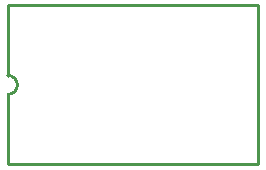
<source format=gko>
G04 Layer: BoardOutline*
G04 EasyEDA v6.4.19.4, 2021-05-22T17:12:30+02:00*
G04 60ca6d144bf64f37953a992c9f1d910e,8dc9eacff13444d6b60fd3cb587e6cd5,10*
G04 Gerber Generator version 0.2*
G04 Scale: 100 percent, Rotated: No, Reflected: No *
G04 Dimensions in inches *
G04 leading zeros omitted , absolute positions ,3 integer and 6 decimal *
%FSLAX36Y36*%
%MOIN*%

%ADD10C,0.0100*%
%ADD11C,0.0110*%
D10*
X460000Y-610000D02*
G01*
X1295000Y-610000D01*
X1295000Y-1140000D01*
X460000Y-1140000D01*
X460000Y-905000D01*
D11*
X460000Y-610000D02*
G01*
X460000Y-845000D01*
D10*
G75*
G01*
X460043Y-906623D02*
G03*
X459647Y-843379I-43J31623D01*

%LPD*%
M02*

</source>
